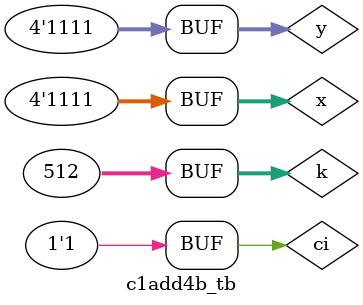
<source format=v>
module add4b (
    input [3:0] x, y, input ci,
    output [3:0] z, output co
);
    wire c2;
    add2b inst1 (.x(x[1:0]), .y(y[1:0]), .ci(ci), .co(c2), .z(z[1:0]));
    add2b inst2 (.x(x[3:2]), .y(y[3:2]), .ci(c2), .co(co), .z(z[3:2]));
endmodule

// Modul de adunare a doua numere in C1 pe 4 biti
module c1_add4b (
    input [3:0] x, y, input ci,
    output [3:0] z
);
    // Semnal pentru rezultatul intermediar al adunarii intre x si y
    wire [3:0] temp; 
    // Semnal pentru end around carry, de adunat rezultatului intermediar
    wire co;
    add4b inst1 (.x(x), .y(y), .ci(ci), .co(co), .z(temp));
    add4b inst2 (.x(temp), .y(4'd0), .ci(co), .co(), .z(z));
endmodule

module c1add4b_tb;
    reg [3:0] x, y; reg ci;
    wire [3:0] z; wire co;

    c1_add4b cut (.x(x), .y(y), .ci(ci), .z(z));

    function integer ToDecimal(input [3:0] c1_val); 
    begin
        if (c1_val[3])
            ToDecimal = {{29{c1_val[3]}}, c1_val[2:0]} + 1'd1;
        else
            ToDecimal = c1_val[2:0];
    end
    endfunction

    integer k;
    initial begin
        $display("Time\tx\ty\tci\t\tz");
        $monitor("%0t\t%b(%2d)\t%b(%2d)\t%b\t\t%b(%2d)", $time, x, ToDecimal(x), y, ToDecimal(y), ci, z, ToDecimal(z));
        
        for (k = 0; k < 512; k = k + 1) begin
            {x, y, ci} = k;
            #10;
        end
    end
endmodule
</source>
